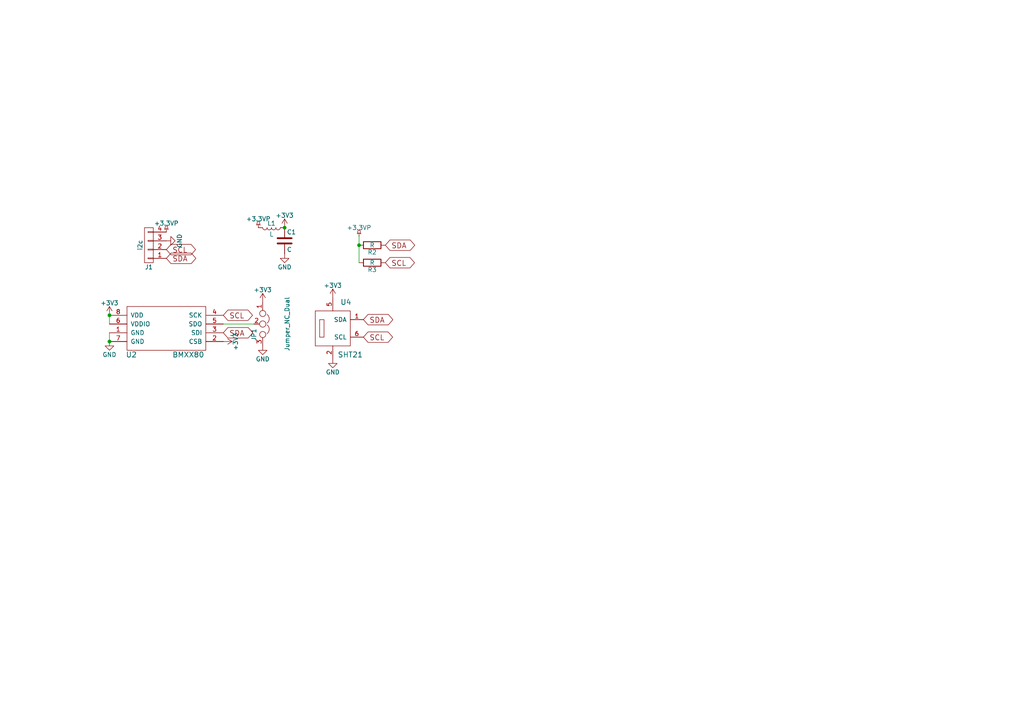
<source format=kicad_sch>
(kicad_sch (version 20230121) (generator eeschema)
  (paper "A4")
  (lib_symbols
    (symbol "i2c_sensors-rescue:+3.3V" (power) (pin_names (offset 0))
      (property "Value" "+3.3V" (at 0 3.556 0))
      (symbol "+3.3V_0_1"
        (polyline (pts (xy -0.762 1.27) (xy 0 2.54)))
        (polyline (pts (xy 0 0) (xy 0 2.54)))
        (polyline (pts (xy 0 2.54) (xy 0.762 1.27)))
      )
      (symbol "+3.3V_1_1"
        (pin power_in line (at 0 0 90) (length 0) hide (name "+3V3") (number "1"))
      )
    )
    (symbol "i2c_sensors-rescue:+3.3VP" (power) (pin_names (offset 0))
      (property "Value" "+3.3VP" (at 0 2.54 0))
      (symbol "+3.3VP_0_0"
        (pin power_in line (at 0 0 90) (length 0) hide (name "+3.3VP") (number "1"))
      )
      (symbol "+3.3VP_0_1"
        (polyline (pts (xy 0 0) (xy 0 1.016) (xy 0 1.016)))
        (polyline (pts (xy 0.508 0.762) (xy 0 1.016) (xy -0.508 0.762) (xy -0.254 1.778) (xy 0.254 1.778) (xy 0.508 0.762) (xy 0.508 0.762)))
      )
    )
    (symbol "i2c_sensors-rescue:BMXX80" (pin_names (offset 1.016))
      (property "Reference" "U" (at -10.16 -7.62 0))
      (property "Value" "BMXX80" (at 6.35 -7.62 0))
      (symbol "BMXX80_0_1"
        (rectangle (start -11.43 6.35) (end 11.43 -6.35))
      )
      (symbol "BMXX80_1_1"
        (pin power_in line (at -16.51 -1.27 0) (length 5.08) (name "GND") (number "1"))
        (pin input line (at 16.51 -3.81 180) (length 5.08) (name "CSB") (number "2"))
        (pin bidirectional line (at 16.51 -1.27 180) (length 5.08) (name "SDI") (number "3"))
        (pin input line (at 16.51 3.81 180) (length 5.08) (name "SCK") (number "4"))
        (pin bidirectional line (at 16.51 1.27 180) (length 5.08) (name "SDO") (number "5"))
        (pin power_in line (at -16.51 1.27 0) (length 5.08) (name "VDDIO") (number "6"))
        (pin power_in line (at -16.51 -3.81 0) (length 5.08) (name "GND") (number "7"))
        (pin power_in line (at -16.51 3.81 0) (length 5.08) (name "VDD") (number "8"))
      )
    )
    (symbol "i2c_sensors-rescue:C" (pin_numbers hide) (pin_names (offset 0.254))
      (property "Reference" "C" (at 0.635 2.54 0))
      (property "Value" "C" (at 0.635 -2.54 0))
      (symbol "C_0_1"
        (polyline (pts (xy -2.032 -0.762) (xy 2.032 -0.762)) (stroke (width 0.508)))
        (polyline (pts (xy -2.032 0.762) (xy 2.032 0.762)) (stroke (width 0.508)))
      )
      (symbol "C_1_1"
        (pin passive line (at 0 3.81 270) (length 2.794) (name "~") (number "1"))
        (pin passive line (at 0 -3.81 90) (length 2.794) (name "~") (number "2"))
      )
    )
    (symbol "i2c_sensors-rescue:CONN_01X04" (pin_names (offset 1.016) hide)
      (property "Reference" "J" (at 0 6.35 0))
      (property "Value" "CONN_01X04" (at 2.54 0 90))
      (symbol "CONN_01X04_0_1"
        (rectangle (start -1.27 -3.683) (end 0.254 -3.937))
        (rectangle (start -1.27 -1.143) (end 0.254 -1.397))
        (rectangle (start -1.27 1.397) (end 0.254 1.143))
        (rectangle (start -1.27 3.937) (end 0.254 3.683))
        (rectangle (start -1.27 5.08) (end 1.27 -5.08))
      )
      (symbol "CONN_01X04_1_1"
        (pin passive line (at -5.08 3.81 0) (length 3.81) (name "P1") (number "1"))
        (pin passive line (at -5.08 1.27 0) (length 3.81) (name "P2") (number "2"))
        (pin passive line (at -5.08 -1.27 0) (length 3.81) (name "P3") (number "3"))
        (pin passive line (at -5.08 -3.81 0) (length 3.81) (name "P4") (number "4"))
      )
    )
    (symbol "i2c_sensors-rescue:GND" (power) (pin_names (offset 0))
      (property "Value" "GND" (at 0 -3.81 0))
      (symbol "GND_0_1"
        (polyline (pts (xy 0 0) (xy 0 -1.27) (xy 1.27 -1.27) (xy 0 -2.54) (xy -1.27 -1.27) (xy 0 -1.27)))
      )
      (symbol "GND_1_1"
        (pin power_in line (at 0 0 270) (length 0) hide (name "GND") (number "1"))
      )
    )
    (symbol "i2c_sensors-rescue:Jumper_NC_Dual" (pin_names (offset 0.762) hide)
      (property "Reference" "JP" (at 1.27 -2.54 0))
      (property "Value" "Jumper_NC_Dual" (at 0 2.54 0))
      (symbol "Jumper_NC_Dual_0_1"
        (circle (center -3.048 0) (radius 0.889))
        (arc (start -0.254 1.27) (mid -1.524 1.8804) (end -2.794 1.27))
        (circle (center 0 0) (radius 0.9144))
        (arc (start 2.794 1.27) (mid 1.524 1.8804) (end 0.254 1.27))
        (circle (center 3.048 0) (radius 0.889))
        (pin passive line (at -6.35 0 0) (length 2.413) (name "1") (number "1"))
        (pin passive line (at 0 -2.54 90) (length 1.524) (name "2") (number "2"))
        (pin passive line (at 6.35 0 180) (length 2.413) (name "3") (number "3"))
      )
    )
    (symbol "i2c_sensors-rescue:L" (pin_numbers hide) (pin_names (offset 1.016) hide)
      (property "Reference" "L" (at -1.27 0 90))
      (property "Value" "L" (at 1.905 0 90))
      (symbol "L_0_1"
        (arc (start 0 -2.54) (mid 0.6323 -1.905) (end 0 -1.27))
        (arc (start 0 -1.27) (mid 0.6323 -0.635) (end 0 0))
        (arc (start 0 0) (mid 0.6323 0.635) (end 0 1.27))
        (arc (start 0 1.27) (mid 0.6323 1.905) (end 0 2.54))
      )
      (symbol "L_1_1"
        (pin passive line (at 0 3.81 270) (length 1.27) (name "1") (number "1"))
        (pin passive line (at 0 -3.81 90) (length 1.27) (name "2") (number "2"))
      )
    )
    (symbol "i2c_sensors-rescue:R" (pin_numbers hide) (pin_names (offset 0))
      (property "Reference" "R" (at 2.032 0 90))
      (property "Value" "R" (at 0 0 90))
      (symbol "R_0_1"
        (rectangle (start -1.016 -2.54) (end 1.016 2.54) (stroke (width 0.254)))
      )
      (symbol "R_1_1"
        (pin passive line (at 0 3.81 270) (length 1.27) (name "~") (number "1"))
        (pin passive line (at 0 -3.81 90) (length 1.27) (name "~") (number "2"))
      )
    )
    (symbol "i2c_sensors-rescue:SHT21" (pin_names (offset 1.016))
      (property "Reference" "U" (at 3.81 7.62 0))
      (property "Value" "SHT21" (at 5.08 -7.62 0))
      (symbol "SHT21_0_1"
        (rectangle (start -5.08 5.08) (end 5.08 -5.08))
        (rectangle (start -3.81 2.54) (end -2.54 -2.54))
      )
      (symbol "SHT21_1_1"
        (pin bidirectional line (at 8.89 2.54 180) (length 3.81) (name "SDA") (number "1"))
        (pin power_in line (at 0 -8.89 90) (length 3.81) (name "~") (number "2"))
        (pin power_in line (at 0 8.89 270) (length 3.81) (name "~") (number "5"))
        (pin input line (at 8.89 -2.54 180) (length 3.81) (name "SCL") (number "6"))
      )
    )
  )
  (junction (at 31.75 91.44))
  (junction (at 82.55 66.04))
  (junction (at 31.75 99.06))
  (junction (at 104.14 71.12))
  (wire (pts (xy 73.66 93.98) (xy 64.77 93.98)))
  (wire (pts (xy 31.75 93.98) (xy 31.75 91.44)))
  (wire (pts (xy 31.75 99.06) (xy 31.75 96.52)))
  (wire (pts (xy 104.14 71.12) (xy 104.14 76.2)))
  (wire (pts (xy 104.14 68.58) (xy 104.14 71.12)))
  (global_label "SCL" (shape bidirectional) (at 111.76 76.2 0) (effects (font (size 1.524 1.524))) (property "Intersheetrefs" "${INTERSHEET_REFS}" (effects hide)))
  (global_label "SDA" (shape bidirectional) (at 105.41 92.71 0) (effects (font (size 1.524 1.524))) (property "Intersheetrefs" "${INTERSHEET_REFS}" (effects hide)))
  (global_label "SDA" (shape bidirectional) (at 48.26 74.93 0) (effects (font (size 1.524 1.524))) (property "Intersheetrefs" "${INTERSHEET_REFS}" (effects hide)))
  (global_label "SCL" (shape bidirectional) (at 105.41 97.79 0) (effects (font (size 1.524 1.524))) (property "Intersheetrefs" "${INTERSHEET_REFS}" (effects hide)))
  (global_label "SDA" (shape bidirectional) (at 64.77 96.52 0) (effects (font (size 1.524 1.524))) (property "Intersheetrefs" "${INTERSHEET_REFS}" (effects hide)))
  (global_label "SCL" (shape bidirectional) (at 48.26 72.39 0) (effects (font (size 1.524 1.524))) (property "Intersheetrefs" "${INTERSHEET_REFS}" (effects hide)))
  (global_label "SCL" (shape bidirectional) (at 64.77 91.44 0) (effects (font (size 1.524 1.524))) (property "Intersheetrefs" "${INTERSHEET_REFS}" (effects hide)))
  (global_label "SDA" (shape bidirectional) (at 111.76 71.12 0) (effects (font (size 1.524 1.524))) (property "Intersheetrefs" "${INTERSHEET_REFS}" (effects hide)))
  (symbol (lib_id "i2c_sensors-rescue:CONN_01X04") (at 43.18 71.12 180) (unit 1)
    (property "Reference" "J1" (at 43.18 77.47 0))
    (property "Value" "i2c" (at 40.64 71.12 90))
    (property "Footprint" "Pin_Headers:Pin_Header_Straight_1x04_Pitch2.54mm" (effects hide))
  )
  (symbol (lib_id "i2c_sensors-rescue:GND") (at 48.26 69.85 90) (unit 1)
    (property "Reference" "#PWR01" (effects hide))
    (property "Value" "GND" (at 52.07 69.85 0))
  )
  (symbol (lib_id "i2c_sensors-rescue:R") (at 107.95 71.12 270) (unit 1)
    (property "Reference" "R2" (at 107.95 73.152 90))
    (property "Value" "R" (at 107.95 71.12 90))
    (property "Footprint" "Resistors_SMD:R_0805" (effects hide))
  )
  (symbol (lib_id "i2c_sensors-rescue:R") (at 107.95 76.2 270) (unit 1)
    (property "Reference" "R3" (at 107.95 78.232 90))
    (property "Value" "R" (at 107.95 76.2 90))
    (property "Footprint" "Resistors_SMD:R_0805" (effects hide))
  )
  (symbol (lib_id "i2c_sensors-rescue:BMXX80") (at 48.26 95.25 0) (unit 1)
    (property "Reference" "U2" (at 38.1 102.87 0) (effects (font (size 1.524 1.524))))
    (property "Value" "BMXX80" (at 54.61 102.87 0) (effects (font (size 1.524 1.524))))
    (property "Footprint" "bosch:BME280" (effects hide))
  )
  (symbol (lib_id "i2c_sensors-rescue:SHT21") (at 96.52 95.25 0) (unit 1)
    (property "Reference" "U4" (at 100.33 87.63 0) (effects (font (size 1.524 1.524))))
    (property "Value" "SHT21" (at 101.6 102.87 0) (effects (font (size 1.524 1.524))))
    (property "Footprint" "Housings_DFN_QFN:DFN-6-1EP_3x3mm_Pitch0.95mm" (effects hide))
  )
  (symbol (lib_id "i2c_sensors-rescue:GND") (at 31.75 99.06 0) (unit 1)
    (property "Reference" "#PWR02" (effects hide))
    (property "Value" "GND" (at 31.75 102.87 0))
  )
  (symbol (lib_id "i2c_sensors-rescue:+3.3V") (at 31.75 91.44 0) (unit 1)
    (property "Reference" "#PWR03" (effects hide))
    (property "Value" "+3.3V" (at 31.75 87.884 0))
  )
  (symbol (lib_id "i2c_sensors-rescue:+3.3V") (at 64.77 99.06 270) (unit 1)
    (property "Reference" "#PWR04" (effects hide))
    (property "Value" "+3.3V" (at 68.326 99.06 0))
  )
  (symbol (lib_id "i2c_sensors-rescue:+3.3V") (at 96.52 86.36 0) (unit 1)
    (property "Reference" "#PWR05" (effects hide))
    (property "Value" "+3.3V" (at 96.52 82.804 0))
  )
  (symbol (lib_id "i2c_sensors-rescue:GND") (at 96.52 104.14 0) (unit 1)
    (property "Reference" "#PWR06" (effects hide))
    (property "Value" "GND" (at 96.52 107.95 0))
  )
  (symbol (lib_id "i2c_sensors-rescue:Jumper_NC_Dual") (at 76.2 93.98 270) (unit 1)
    (property "Reference" "JP1" (at 73.66 95.25 0) (effects (justify left)))
    (property "Value" "Jumper_NC_Dual" (at 82.55 93.98 0) (effects (justify bottom)))
    (property "Footprint" "Pin_Headers:Pin_Header_Straight_1x03_Pitch2.54mm" (effects hide))
  )
  (symbol (lib_id "i2c_sensors-rescue:+3.3V") (at 76.2 87.63 0) (unit 1)
    (property "Reference" "#PWR07" (effects hide))
    (property "Value" "+3.3V" (at 76.2 84.074 0))
  )
  (symbol (lib_id "i2c_sensors-rescue:GND") (at 76.2 100.33 0) (unit 1)
    (property "Reference" "#PWR08" (effects hide))
    (property "Value" "GND" (at 76.2 104.14 0))
  )
  (symbol (lib_id "i2c_sensors-rescue:L") (at 78.74 66.04 270) (unit 1)
    (property "Reference" "L1" (at 78.74 64.77 90))
    (property "Value" "L" (at 78.74 67.945 90))
    (property "Footprint" "Inductors_SMD:L_0805" (effects hide))
  )
  (symbol (lib_id "i2c_sensors-rescue:C") (at 82.55 69.85 0) (unit 1)
    (property "Reference" "C1" (at 83.185 67.31 0) (effects (justify left)))
    (property "Value" "C" (at 83.185 72.39 0) (effects (justify left)))
    (property "Footprint" "Capacitors_SMD:C_0805" (effects hide))
  )
  (symbol (lib_id "i2c_sensors-rescue:GND") (at 82.55 73.66 0) (unit 1)
    (property "Reference" "#PWR09" (effects hide))
    (property "Value" "GND" (at 82.55 77.47 0))
  )
  (symbol (lib_id "i2c_sensors-rescue:+3.3V") (at 82.55 66.04 0) (unit 1)
    (property "Reference" "#PWR010" (effects hide))
    (property "Value" "+3.3V" (at 82.55 62.484 0))
  )
  (symbol (lib_id "i2c_sensors-rescue:+3.3VP") (at 48.26 67.31 0) (unit 1)
    (property "Reference" "#PWR011" (effects hide))
    (property "Value" "+3.3VP" (at 48.26 64.77 0))
  )
  (symbol (lib_id "i2c_sensors-rescue:+3.3VP") (at 74.93 66.04 0) (unit 1)
    (property "Reference" "#PWR012" (effects hide))
    (property "Value" "+3.3VP" (at 74.93 63.5 0))
  )
  (symbol (lib_id "i2c_sensors-rescue:+3.3VP") (at 104.14 68.58 0) (unit 1)
    (property "Reference" "#PWR013" (effects hide))
    (property "Value" "+3.3VP" (at 104.14 66.04 0))
  )
)
</source>
